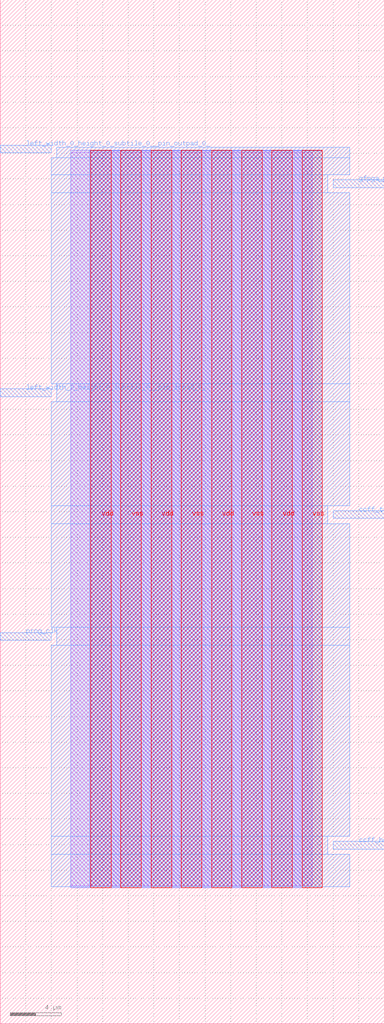
<source format=lef>
VERSION 5.7 ;
  NOWIREEXTENSIONATPIN ON ;
  DIVIDERCHAR "/" ;
  BUSBITCHARS "[]" ;
MACRO grid_io_right_out
  CLASS BLOCK ;
  FOREIGN grid_io_right_out ;
  ORIGIN 0.000 0.000 ;
  SIZE 30.000 BY 80.000 ;
  PIN ccff_head
    DIRECTION INPUT ;
    USE SIGNAL ;
    ANTENNAGATEAREA 0.196500 ;
    PORT
      LAYER met3 ;
        RECT 26.000 13.640 30.000 14.240 ;
    END
  END ccff_head
  PIN ccff_tail
    DIRECTION OUTPUT TRISTATE ;
    USE SIGNAL ;
    ANTENNADIFFAREA 0.795200 ;
    PORT
      LAYER met3 ;
        RECT 26.000 39.480 30.000 40.080 ;
    END
  END ccff_tail
  PIN gfpga_pad_GPIO_PAD
    DIRECTION OUTPUT TRISTATE ;
    USE SIGNAL ;
    ANTENNADIFFAREA 0.445500 ;
    PORT
      LAYER met3 ;
        RECT 26.000 65.320 30.000 65.920 ;
    END
  END gfpga_pad_GPIO_PAD
  PIN left_width_0_height_0_subtile_0__pin_inpad_0_
    DIRECTION OUTPUT TRISTATE ;
    USE SIGNAL ;
    PORT
      LAYER met3 ;
        RECT 0.000 49.000 4.000 49.600 ;
    END
  END left_width_0_height_0_subtile_0__pin_inpad_0_
  PIN left_width_0_height_0_subtile_0__pin_outpad_0_
    DIRECTION INPUT ;
    USE SIGNAL ;
    ANTENNAGATEAREA 0.196500 ;
    PORT
      LAYER met3 ;
        RECT 0.000 68.040 4.000 68.640 ;
    END
  END left_width_0_height_0_subtile_0__pin_outpad_0_
  PIN prog_clk
    DIRECTION INPUT ;
    USE SIGNAL ;
    ANTENNAGATEAREA 0.159000 ;
    PORT
      LAYER met3 ;
        RECT 0.000 29.960 4.000 30.560 ;
    END
  END prog_clk
  PIN vdd
    DIRECTION INOUT ;
    USE POWER ;
    PORT
      LAYER met4 ;
        RECT 7.075 10.640 8.675 68.240 ;
    END
    PORT
      LAYER met4 ;
        RECT 11.790 10.640 13.390 68.240 ;
    END
    PORT
      LAYER met4 ;
        RECT 16.505 10.640 18.105 68.240 ;
    END
    PORT
      LAYER met4 ;
        RECT 21.220 10.640 22.820 68.240 ;
    END
  END vdd
  PIN vss
    DIRECTION INOUT ;
    USE GROUND ;
    PORT
      LAYER met4 ;
        RECT 9.430 10.640 11.030 68.240 ;
    END
    PORT
      LAYER met4 ;
        RECT 14.145 10.640 15.745 68.240 ;
    END
    PORT
      LAYER met4 ;
        RECT 18.860 10.640 20.460 68.240 ;
    END
    PORT
      LAYER met4 ;
        RECT 23.575 10.640 25.175 68.240 ;
    END
  END vss
  OBS
      LAYER li1 ;
        RECT 5.520 10.795 24.380 68.085 ;
      LAYER met1 ;
        RECT 5.520 10.640 25.175 68.240 ;
      LAYER met2 ;
        RECT 6.990 10.695 25.145 68.185 ;
      LAYER met3 ;
        RECT 4.400 67.640 27.290 68.490 ;
        RECT 3.990 66.320 27.290 67.640 ;
        RECT 3.990 64.920 25.600 66.320 ;
        RECT 3.990 50.000 27.290 64.920 ;
        RECT 4.400 48.600 27.290 50.000 ;
        RECT 3.990 40.480 27.290 48.600 ;
        RECT 3.990 39.080 25.600 40.480 ;
        RECT 3.990 30.960 27.290 39.080 ;
        RECT 4.400 29.560 27.290 30.960 ;
        RECT 3.990 14.640 27.290 29.560 ;
        RECT 3.990 13.240 25.600 14.640 ;
        RECT 3.990 10.715 27.290 13.240 ;
  END
END grid_io_right_out
END LIBRARY


</source>
